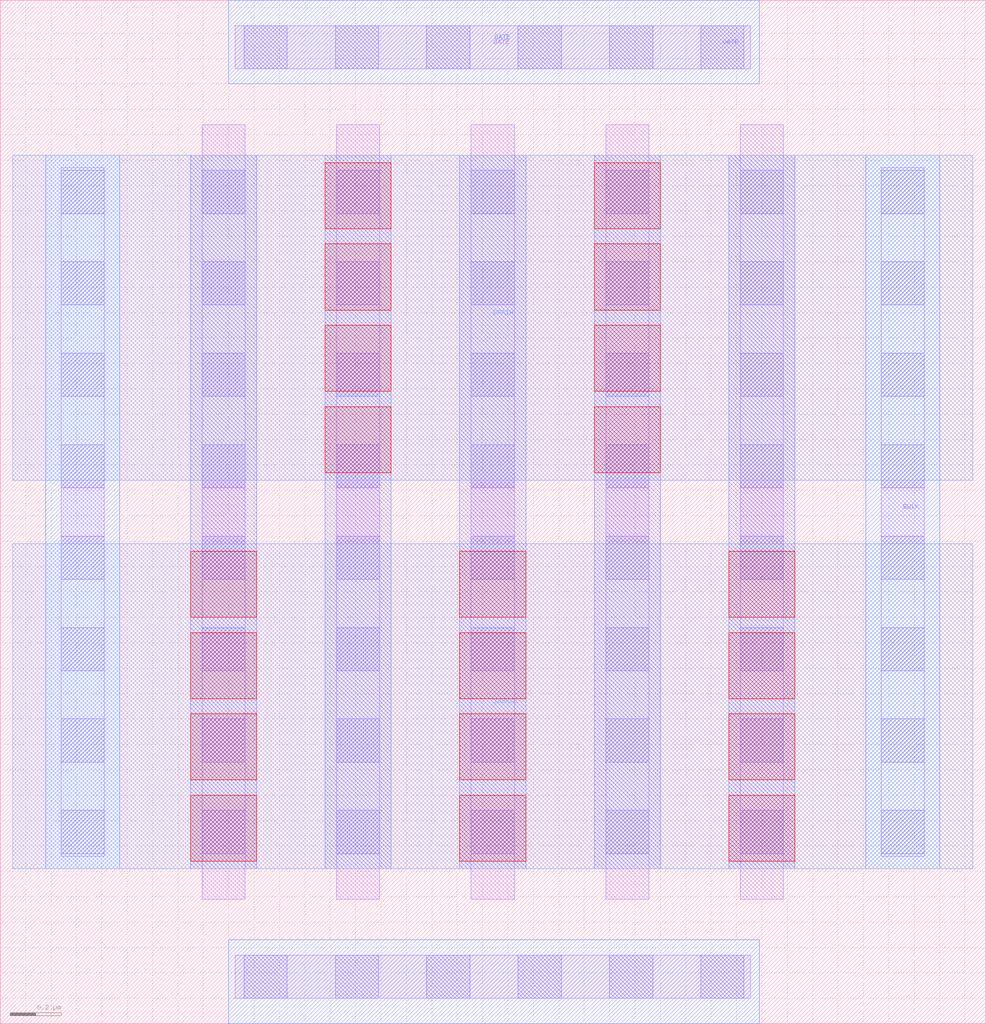
<source format=lef>
# Copyright 2020 The SkyWater PDK Authors
#
# Licensed under the Apache License, Version 2.0 (the "License");
# you may not use this file except in compliance with the License.
# You may obtain a copy of the License at
#
#     https://www.apache.org/licenses/LICENSE-2.0
#
# Unless required by applicable law or agreed to in writing, software
# distributed under the License is distributed on an "AS IS" BASIS,
# WITHOUT WARRANTIES OR CONDITIONS OF ANY KIND, either express or implied.
# See the License for the specific language governing permissions and
# limitations under the License.
#
# SPDX-License-Identifier: Apache-2.0

VERSION 5.7 ;
  NOWIREEXTENSIONATPIN ON ;
  DIVIDERCHAR "/" ;
  BUSBITCHARS "[]" ;
MACRO sky130_fd_pr__rf_pfet_01v8_aM04W3p00L0p25
  CLASS BLOCK ;
  FOREIGN sky130_fd_pr__rf_pfet_01v8_aM04W3p00L0p25 ;
  ORIGIN  0.000000  0.000000 ;
  SIZE  3.880000 BY  4.030000 ;
  PIN BULK
    ANTENNADIFFAREA  1.745800 ;
    PORT
      LAYER met1 ;
        RECT 0.180000 0.610000 0.470000 3.420000 ;
        RECT 3.410000 0.610000 3.700000 3.420000 ;
    END
  END BULK
  PIN DRAIN
    ANTENNADIFFAREA  1.685600 ;
    PORT
      LAYER met2 ;
        RECT 0.050000 2.140000 3.830000 3.420000 ;
    END
  END DRAIN
  PIN GATE
    ANTENNAGATEAREA  3.010000 ;
    PORT
      LAYER li1 ;
        RECT 0.925000 0.100000 2.955000 0.270000 ;
        RECT 0.925000 3.760000 2.955000 3.930000 ;
      LAYER mcon ;
        RECT 0.960000 0.100000 1.130000 0.270000 ;
        RECT 0.960000 3.760000 1.130000 3.930000 ;
        RECT 1.320000 0.100000 1.490000 0.270000 ;
        RECT 1.320000 3.760000 1.490000 3.930000 ;
        RECT 1.680000 0.100000 1.850000 0.270000 ;
        RECT 1.680000 3.760000 1.850000 3.930000 ;
        RECT 2.040000 0.100000 2.210000 0.270000 ;
        RECT 2.040000 3.760000 2.210000 3.930000 ;
        RECT 2.400000 0.100000 2.570000 0.270000 ;
        RECT 2.400000 3.760000 2.570000 3.930000 ;
        RECT 2.760000 0.100000 2.930000 0.270000 ;
        RECT 2.760000 3.760000 2.930000 3.930000 ;
    END
    PORT
      LAYER met1 ;
        RECT 0.900000 0.000000 2.990000 0.330000 ;
        RECT 0.900000 3.700000 2.990000 4.030000 ;
    END
  END GATE
  PIN SOURCE
    ANTENNADIFFAREA  2.528400 ;
    PORT
      LAYER met2 ;
        RECT 0.050000 0.610000 3.830000 1.890000 ;
    END
  END SOURCE
  OBS
    LAYER li1 ;
      RECT 0.240000 0.660000 0.410000 3.370000 ;
      RECT 0.795000 0.490000 0.965000 3.540000 ;
      RECT 1.325000 0.490000 1.495000 3.540000 ;
      RECT 1.855000 0.490000 2.025000 3.540000 ;
      RECT 2.385000 0.490000 2.555000 3.540000 ;
      RECT 2.915000 0.490000 3.085000 3.540000 ;
      RECT 3.470000 0.660000 3.640000 3.370000 ;
    LAYER mcon ;
      RECT 0.240000 0.670000 0.410000 0.840000 ;
      RECT 0.240000 1.030000 0.410000 1.200000 ;
      RECT 0.240000 1.390000 0.410000 1.560000 ;
      RECT 0.240000 1.750000 0.410000 1.920000 ;
      RECT 0.240000 2.110000 0.410000 2.280000 ;
      RECT 0.240000 2.470000 0.410000 2.640000 ;
      RECT 0.240000 2.830000 0.410000 3.000000 ;
      RECT 0.240000 3.190000 0.410000 3.360000 ;
      RECT 0.795000 0.670000 0.965000 0.840000 ;
      RECT 0.795000 1.030000 0.965000 1.200000 ;
      RECT 0.795000 1.390000 0.965000 1.560000 ;
      RECT 0.795000 1.750000 0.965000 1.920000 ;
      RECT 0.795000 2.110000 0.965000 2.280000 ;
      RECT 0.795000 2.470000 0.965000 2.640000 ;
      RECT 0.795000 2.830000 0.965000 3.000000 ;
      RECT 0.795000 3.190000 0.965000 3.360000 ;
      RECT 1.325000 0.670000 1.495000 0.840000 ;
      RECT 1.325000 1.030000 1.495000 1.200000 ;
      RECT 1.325000 1.390000 1.495000 1.560000 ;
      RECT 1.325000 1.750000 1.495000 1.920000 ;
      RECT 1.325000 2.110000 1.495000 2.280000 ;
      RECT 1.325000 2.470000 1.495000 2.640000 ;
      RECT 1.325000 2.830000 1.495000 3.000000 ;
      RECT 1.325000 3.190000 1.495000 3.360000 ;
      RECT 1.855000 0.670000 2.025000 0.840000 ;
      RECT 1.855000 1.030000 2.025000 1.200000 ;
      RECT 1.855000 1.390000 2.025000 1.560000 ;
      RECT 1.855000 1.750000 2.025000 1.920000 ;
      RECT 1.855000 2.110000 2.025000 2.280000 ;
      RECT 1.855000 2.470000 2.025000 2.640000 ;
      RECT 1.855000 2.830000 2.025000 3.000000 ;
      RECT 1.855000 3.190000 2.025000 3.360000 ;
      RECT 2.385000 0.670000 2.555000 0.840000 ;
      RECT 2.385000 1.030000 2.555000 1.200000 ;
      RECT 2.385000 1.390000 2.555000 1.560000 ;
      RECT 2.385000 1.750000 2.555000 1.920000 ;
      RECT 2.385000 2.110000 2.555000 2.280000 ;
      RECT 2.385000 2.470000 2.555000 2.640000 ;
      RECT 2.385000 2.830000 2.555000 3.000000 ;
      RECT 2.385000 3.190000 2.555000 3.360000 ;
      RECT 2.915000 0.670000 3.085000 0.840000 ;
      RECT 2.915000 1.030000 3.085000 1.200000 ;
      RECT 2.915000 1.390000 3.085000 1.560000 ;
      RECT 2.915000 1.750000 3.085000 1.920000 ;
      RECT 2.915000 2.110000 3.085000 2.280000 ;
      RECT 2.915000 2.470000 3.085000 2.640000 ;
      RECT 2.915000 2.830000 3.085000 3.000000 ;
      RECT 2.915000 3.190000 3.085000 3.360000 ;
      RECT 3.470000 0.670000 3.640000 0.840000 ;
      RECT 3.470000 1.030000 3.640000 1.200000 ;
      RECT 3.470000 1.390000 3.640000 1.560000 ;
      RECT 3.470000 1.750000 3.640000 1.920000 ;
      RECT 3.470000 2.110000 3.640000 2.280000 ;
      RECT 3.470000 2.470000 3.640000 2.640000 ;
      RECT 3.470000 2.830000 3.640000 3.000000 ;
      RECT 3.470000 3.190000 3.640000 3.360000 ;
    LAYER met1 ;
      RECT 0.750000 0.610000 1.010000 3.420000 ;
      RECT 1.280000 0.610000 1.540000 3.420000 ;
      RECT 1.810000 0.610000 2.070000 3.420000 ;
      RECT 2.340000 0.610000 2.600000 3.420000 ;
      RECT 2.870000 0.610000 3.130000 3.420000 ;
    LAYER via ;
      RECT 0.750000 0.640000 1.010000 0.900000 ;
      RECT 0.750000 0.960000 1.010000 1.220000 ;
      RECT 0.750000 1.280000 1.010000 1.540000 ;
      RECT 0.750000 1.600000 1.010000 1.860000 ;
      RECT 1.280000 2.170000 1.540000 2.430000 ;
      RECT 1.280000 2.490000 1.540000 2.750000 ;
      RECT 1.280000 2.810000 1.540000 3.070000 ;
      RECT 1.280000 3.130000 1.540000 3.390000 ;
      RECT 1.810000 0.640000 2.070000 0.900000 ;
      RECT 1.810000 0.960000 2.070000 1.220000 ;
      RECT 1.810000 1.280000 2.070000 1.540000 ;
      RECT 1.810000 1.600000 2.070000 1.860000 ;
      RECT 2.340000 2.170000 2.600000 2.430000 ;
      RECT 2.340000 2.490000 2.600000 2.750000 ;
      RECT 2.340000 2.810000 2.600000 3.070000 ;
      RECT 2.340000 3.130000 2.600000 3.390000 ;
      RECT 2.870000 0.640000 3.130000 0.900000 ;
      RECT 2.870000 0.960000 3.130000 1.220000 ;
      RECT 2.870000 1.280000 3.130000 1.540000 ;
      RECT 2.870000 1.600000 3.130000 1.860000 ;
  END
END sky130_fd_pr__rf_pfet_01v8_aM04W3p00L0p25
END LIBRARY

</source>
